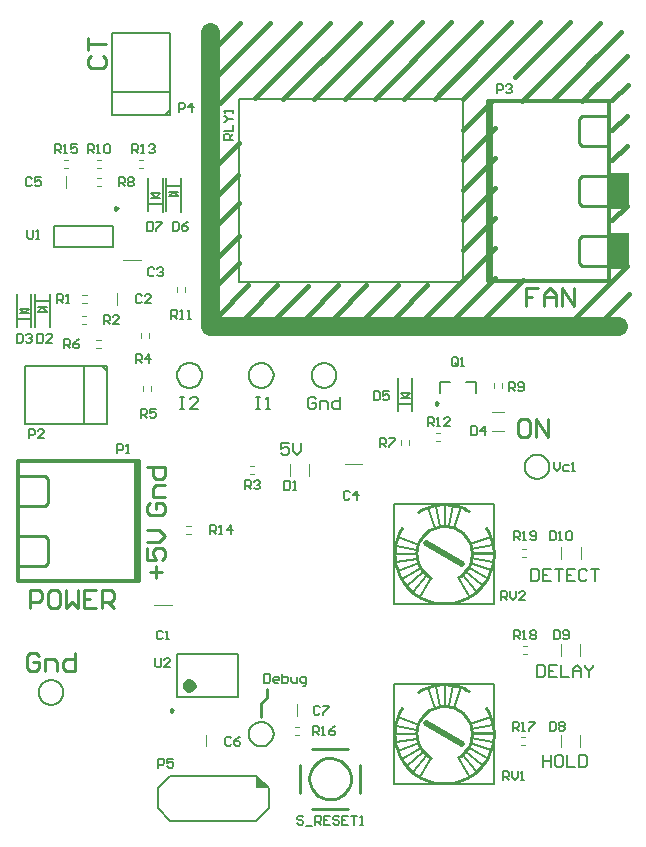
<source format=gto>
G04*
G04 #@! TF.GenerationSoftware,Altium Limited,Altium Designer,21.6.1 (37)*
G04*
G04 Layer_Color=65535*
%FSLAX25Y25*%
%MOIN*%
G70*
G04*
G04 #@! TF.SameCoordinates,DB9D7466-3DC1-4D53-AB26-96178D206437*
G04*
G04*
G04 #@! TF.FilePolarity,Positive*
G04*
G01*
G75*
%ADD10C,0.02362*%
%ADD11C,0.00984*%
%ADD12C,0.00800*%
%ADD13C,0.01000*%
%ADD14C,0.00500*%
%ADD15C,0.00787*%
%ADD16C,0.00394*%
%ADD17C,0.02000*%
%ADD18C,0.01200*%
%ADD19C,0.01500*%
%ADD20C,0.06299*%
%ADD21C,0.00600*%
%ADD22R,0.07102X0.12000*%
G36*
X209504Y137780D02*
X205303D01*
Y141980D01*
X209504Y137780D01*
D02*
G37*
D10*
X184244Y172106D02*
X183799Y173030D01*
X182800Y173258D01*
X181999Y172619D01*
Y171594D01*
X182800Y170955D01*
X183799Y171183D01*
X184244Y172106D01*
D11*
X177650Y163839D02*
X176911Y164265D01*
Y163412D01*
X177650Y163839D01*
X159208Y331161D02*
X158470Y331588D01*
Y330735D01*
X159208Y331161D01*
X266105Y266114D02*
X265367Y266540D01*
Y265688D01*
X266105Y266114D01*
D12*
X187280Y275500D02*
X187160Y276489D01*
X186806Y277421D01*
X186240Y278241D01*
X185494Y278902D01*
X184612Y279365D01*
X183644Y279604D01*
X182648D01*
X181680Y279365D01*
X180798Y278902D01*
X180052Y278241D01*
X179485Y277421D01*
X179132Y276489D01*
X179012Y275500D01*
X179132Y274511D01*
X179485Y273579D01*
X180052Y272759D01*
X180798Y272098D01*
X181680Y271635D01*
X182648Y271396D01*
X183644D01*
X184612Y271635D01*
X185494Y272098D01*
X186240Y272759D01*
X186806Y273579D01*
X187160Y274511D01*
X187280Y275500D01*
X303134Y245000D02*
X303014Y245989D01*
X302660Y246921D01*
X302094Y247741D01*
X301348Y248402D01*
X300466Y248865D01*
X299498Y249104D01*
X298502D01*
X297534Y248865D01*
X296652Y248402D01*
X295906Y247741D01*
X295340Y246921D01*
X294986Y245989D01*
X294866Y245000D01*
X294986Y244011D01*
X295340Y243079D01*
X295906Y242259D01*
X296652Y241598D01*
X297534Y241135D01*
X298502Y240896D01*
X299498D01*
X300466Y241135D01*
X301348Y241598D01*
X302094Y242259D01*
X302660Y243079D01*
X303014Y244011D01*
X303134Y245000D01*
X211146Y155880D02*
X211026Y156869D01*
X210672Y157801D01*
X210106Y158621D01*
X209360Y159282D01*
X208478Y159745D01*
X207510Y159984D01*
X206514D01*
X205546Y159745D01*
X204663Y159282D01*
X203918Y158621D01*
X203351Y157801D01*
X202998Y156869D01*
X202878Y155880D01*
X202998Y154891D01*
X203351Y153959D01*
X203918Y153139D01*
X204663Y152478D01*
X205546Y152015D01*
X206514Y151776D01*
X207510D01*
X208478Y152015D01*
X209360Y152478D01*
X210106Y153139D01*
X210672Y153959D01*
X211026Y154891D01*
X211146Y155880D01*
X141134Y169832D02*
X141014Y170821D01*
X140660Y171753D01*
X140094Y172573D01*
X139348Y173234D01*
X138466Y173697D01*
X137498Y173935D01*
X136502D01*
X135534Y173697D01*
X134652Y173234D01*
X133906Y172573D01*
X133340Y171753D01*
X132986Y170821D01*
X132866Y169832D01*
X132986Y168842D01*
X133340Y167910D01*
X133906Y167090D01*
X134652Y166429D01*
X135534Y165966D01*
X136502Y165728D01*
X137498D01*
X138466Y165966D01*
X139348Y166429D01*
X140094Y167090D01*
X140660Y167910D01*
X141014Y168842D01*
X141134Y169832D01*
X232134Y275500D02*
X232014Y276489D01*
X231660Y277421D01*
X231094Y278241D01*
X230348Y278902D01*
X229466Y279365D01*
X228498Y279604D01*
X227502D01*
X226534Y279365D01*
X225652Y278902D01*
X224906Y278241D01*
X224340Y277421D01*
X223986Y276489D01*
X223866Y275500D01*
X223986Y274511D01*
X224340Y273579D01*
X224906Y272759D01*
X225652Y272098D01*
X226534Y271635D01*
X227502Y271396D01*
X228498D01*
X229466Y271635D01*
X230348Y272098D01*
X231094Y272759D01*
X231660Y273579D01*
X232014Y274511D01*
X232134Y275500D01*
X211146D02*
X211026Y276489D01*
X210672Y277421D01*
X210106Y278241D01*
X209360Y278902D01*
X208478Y279365D01*
X207510Y279604D01*
X206514D01*
X205546Y279365D01*
X204663Y278902D01*
X203918Y278241D01*
X203351Y277421D01*
X202998Y276489D01*
X202878Y275500D01*
X202998Y274511D01*
X203351Y273579D01*
X203918Y272759D01*
X204663Y272098D01*
X205546Y271635D01*
X206514Y271396D01*
X207510D01*
X208478Y271635D01*
X209360Y272098D01*
X210106Y272759D01*
X210672Y273579D01*
X211026Y274511D01*
X211146Y275500D01*
X216466Y252799D02*
X213800D01*
Y250799D01*
X215133Y251466D01*
X215799D01*
X216466Y250799D01*
Y249466D01*
X215799Y248800D01*
X214466D01*
X213800Y249466D01*
X217799Y252799D02*
Y250133D01*
X219132Y248800D01*
X220464Y250133D01*
Y252799D01*
X297000Y210999D02*
Y207000D01*
X298999D01*
X299666Y207666D01*
Y210332D01*
X298999Y210999D01*
X297000D01*
X303664D02*
X300999D01*
Y207000D01*
X303664D01*
X300999Y208999D02*
X302332D01*
X304997Y210999D02*
X307663D01*
X306330D01*
Y207000D01*
X311662Y210999D02*
X308996D01*
Y207000D01*
X311662D01*
X308996Y208999D02*
X310329D01*
X315661Y210332D02*
X314994Y210999D01*
X313661D01*
X312995Y210332D01*
Y207666D01*
X313661Y207000D01*
X314994D01*
X315661Y207666D01*
X316994Y210999D02*
X319659D01*
X318326D01*
Y207000D01*
X301000Y149105D02*
Y145106D01*
Y147105D01*
X303666D01*
Y149105D01*
Y145106D01*
X306998Y149105D02*
X305665D01*
X304999Y148438D01*
Y145772D01*
X305665Y145106D01*
X306998D01*
X307664Y145772D01*
Y148438D01*
X306998Y149105D01*
X308997D02*
Y145106D01*
X311663D01*
X312996Y149105D02*
Y145106D01*
X314996D01*
X315662Y145772D01*
Y148438D01*
X314996Y149105D01*
X312996D01*
X299000Y178999D02*
Y175000D01*
X300999D01*
X301666Y175666D01*
Y178332D01*
X300999Y178999D01*
X299000D01*
X305664D02*
X302999D01*
Y175000D01*
X305664D01*
X302999Y176999D02*
X304332D01*
X306997Y178999D02*
Y175000D01*
X309663D01*
X310996D02*
Y177666D01*
X312329Y178999D01*
X313662Y177666D01*
Y175000D01*
Y176999D01*
X310996D01*
X314995Y178999D02*
Y178332D01*
X316328Y176999D01*
X317661Y178332D01*
Y178999D01*
X316328Y176999D02*
Y175000D01*
X180064Y268113D02*
X181397D01*
X180730D01*
Y264115D01*
X180064D01*
X181397D01*
X186062D02*
X183396D01*
X186062Y266781D01*
Y267447D01*
X185396Y268113D01*
X184063D01*
X183396Y267447D01*
X225334D02*
X224668Y268113D01*
X223335D01*
X222668Y267447D01*
Y264781D01*
X223335Y264115D01*
X224668D01*
X225334Y264781D01*
Y266114D01*
X224001D01*
X226667Y264115D02*
Y266781D01*
X228666D01*
X229333Y266114D01*
Y264115D01*
X233332Y268113D02*
Y264115D01*
X231332D01*
X230666Y264781D01*
Y266114D01*
X231332Y266781D01*
X233332D01*
X205347Y268113D02*
X206680D01*
X206013D01*
Y264115D01*
X205347D01*
X206680D01*
X208679D02*
X210012D01*
X209346D01*
Y268113D01*
X208679Y267447D01*
D13*
X253881Y224607D02*
X253387Y223737D01*
X252945Y222840D01*
X252559Y221917D01*
X252230Y220973D01*
X251958Y220010D01*
X251745Y219033D01*
X251591Y218045D01*
X251498Y217049D01*
X251465Y216049D01*
X251492Y215050D01*
X251580Y214053D01*
X251727Y213064D01*
X251935Y212086D01*
X252201Y211121D01*
X252524Y210175D01*
X252905Y209250D01*
X253341Y208350D01*
X253830Y207478D01*
X254371Y206637D01*
X254962Y205830D01*
X255601Y205060D01*
X256285Y204330D01*
X257012Y203643D01*
X257779Y203002D01*
X258584Y202408D01*
X259423Y201863D01*
X260293Y201370D01*
X261192Y200931D01*
X262115Y200547D01*
X263060Y200220D01*
X264023Y199950D01*
X265001Y199739D01*
X265990Y199587D01*
X266986Y199496D01*
X267985Y199465D01*
X268985Y199494D01*
X269981Y199584D01*
X270970Y199733D01*
X271948Y199943D01*
X272912Y200211D01*
X273857Y200537D01*
X274781Y200919D01*
X275681Y201357D01*
X276552Y201848D01*
X277392Y202391D01*
X278198Y202983D01*
X278966Y203624D01*
X279694Y204309D01*
X280379Y205038D01*
X281019Y205806D01*
X281612Y206612D01*
X282155Y207452D01*
X282646Y208324D01*
X283083Y209223D01*
X283465Y210147D01*
X283791Y211093D01*
X284058Y212057D01*
X284267Y213035D01*
X284417Y214024D01*
X284506Y215020D01*
X284535Y216020D01*
X284504Y217019D01*
X284412Y218015D01*
X284260Y219004D01*
X284049Y219981D01*
X283779Y220944D01*
X283451Y221889D01*
X283067Y222813D01*
X282627Y223711D01*
X282134Y224581D01*
X272742Y208168D02*
X273573Y208731D01*
X274337Y209382D01*
X275026Y210112D01*
X275631Y210912D01*
X276145Y211774D01*
X276563Y212687D01*
X276878Y213640D01*
X277088Y214621D01*
X277190Y215620D01*
X277182Y216624D01*
X277065Y217620D01*
X276840Y218599D01*
X276510Y219547D01*
X276079Y220453D01*
X275551Y221307D01*
X274934Y222098D01*
X274234Y222817D01*
X273460Y223456D01*
X272620Y224007D01*
X271726Y224463D01*
X270788Y224819D01*
X269816Y225070D01*
X268823Y225214D01*
X267819Y225249D01*
X266819Y225175D01*
X265832Y224992D01*
X264871Y224703D01*
X263947Y224310D01*
X263071Y223819D01*
X262254Y223236D01*
X261506Y222568D01*
X260835Y221821D01*
X260248Y221006D01*
X259755Y220133D01*
X259359Y219210D01*
X259067Y218250D01*
X258880Y217264D01*
X258802Y216263D01*
X258834Y215260D01*
X258975Y214266D01*
X259223Y213294D01*
X259576Y212354D01*
X260029Y211458D01*
X260576Y210617D01*
X261213Y209841D01*
X261929Y209138D01*
X262719Y208518D01*
X263571Y207988D01*
X276276Y230259D02*
X275411Y230728D01*
X274519Y231144D01*
X273604Y231507D01*
X272669Y231815D01*
X271717Y232066D01*
X270752Y232260D01*
X269777Y232396D01*
X268796Y232474D01*
X267811Y232494D01*
X266828Y232455D01*
X265848Y232358D01*
X264877Y232202D01*
X263915Y231989D01*
X262969Y231719D01*
X262040Y231394D01*
X261132Y231013D01*
X260248Y230579D01*
X259392Y230094D01*
X253881Y164607D02*
X253387Y163737D01*
X252945Y162840D01*
X252559Y161917D01*
X252230Y160973D01*
X251958Y160010D01*
X251745Y159033D01*
X251591Y158045D01*
X251498Y157049D01*
X251465Y156049D01*
X251492Y155050D01*
X251580Y154053D01*
X251727Y153064D01*
X251935Y152085D01*
X252201Y151121D01*
X252524Y150175D01*
X252905Y149250D01*
X253341Y148350D01*
X253830Y147478D01*
X254371Y146636D01*
X254962Y145830D01*
X255601Y145060D01*
X256285Y144330D01*
X257012Y143643D01*
X257779Y143002D01*
X258584Y142408D01*
X259423Y141863D01*
X260293Y141370D01*
X261192Y140931D01*
X262115Y140547D01*
X263060Y140220D01*
X264023Y139950D01*
X265001Y139739D01*
X265990Y139587D01*
X266986Y139496D01*
X267985Y139465D01*
X268985Y139494D01*
X269981Y139584D01*
X270970Y139734D01*
X271948Y139943D01*
X272912Y140211D01*
X273857Y140537D01*
X274781Y140919D01*
X275681Y141357D01*
X276552Y141848D01*
X277392Y142391D01*
X278198Y142983D01*
X278966Y143624D01*
X279694Y144309D01*
X280379Y145038D01*
X281019Y145806D01*
X281612Y146612D01*
X282155Y147452D01*
X282646Y148324D01*
X283083Y149223D01*
X283465Y150147D01*
X283791Y151093D01*
X284058Y152057D01*
X284267Y153035D01*
X284417Y154024D01*
X284506Y155020D01*
X284535Y156020D01*
X284504Y157019D01*
X284412Y158015D01*
X284260Y159004D01*
X284049Y159981D01*
X283779Y160944D01*
X283451Y161889D01*
X283067Y162813D01*
X282627Y163711D01*
X282134Y164581D01*
X272742Y148168D02*
X273573Y148731D01*
X274337Y149382D01*
X275026Y150112D01*
X275631Y150912D01*
X276145Y151774D01*
X276563Y152687D01*
X276878Y153640D01*
X277088Y154621D01*
X277190Y155620D01*
X277182Y156624D01*
X277065Y157621D01*
X276840Y158599D01*
X276510Y159547D01*
X276079Y160453D01*
X275551Y161307D01*
X274934Y162098D01*
X274234Y162817D01*
X273460Y163456D01*
X272620Y164007D01*
X271726Y164463D01*
X270788Y164819D01*
X269816Y165070D01*
X268823Y165214D01*
X267819Y165249D01*
X266819Y165175D01*
X265832Y164992D01*
X264871Y164703D01*
X263947Y164310D01*
X263071Y163820D01*
X262254Y163236D01*
X261506Y162568D01*
X260835Y161821D01*
X260248Y161006D01*
X259755Y160133D01*
X259359Y159210D01*
X259067Y158250D01*
X258880Y157264D01*
X258802Y156263D01*
X258834Y155260D01*
X258975Y154266D01*
X259223Y153294D01*
X259576Y152354D01*
X260029Y151458D01*
X260576Y150617D01*
X261213Y149841D01*
X261929Y149138D01*
X262719Y148518D01*
X263571Y147988D01*
X276276Y170259D02*
X275411Y170728D01*
X274519Y171144D01*
X273604Y171507D01*
X272669Y171815D01*
X271717Y172066D01*
X270752Y172260D01*
X269777Y172396D01*
X268796Y172475D01*
X267811Y172494D01*
X266828Y172455D01*
X265848Y172358D01*
X264877Y172202D01*
X263915Y171989D01*
X262969Y171719D01*
X262040Y171394D01*
X261132Y171013D01*
X260248Y170579D01*
X259392Y170094D01*
X236890Y141000D02*
X236816Y142003D01*
X236598Y142985D01*
X236238Y143924D01*
X235746Y144802D01*
X235131Y145598D01*
X234407Y146296D01*
X233589Y146881D01*
X232695Y147341D01*
X231743Y147666D01*
X230753Y147848D01*
X229748Y147885D01*
X228749Y147775D01*
X227775Y147521D01*
X226850Y147127D01*
X225991Y146603D01*
X225218Y145960D01*
X224547Y145211D01*
X223992Y144372D01*
X223565Y143461D01*
X223275Y142498D01*
X223129Y141503D01*
Y140497D01*
X223275Y139502D01*
X223565Y138539D01*
X223992Y137628D01*
X224547Y136789D01*
X225218Y136040D01*
X225991Y135397D01*
X226850Y134873D01*
X227775Y134479D01*
X228749Y134225D01*
X229748Y134115D01*
X230754Y134152D01*
X231743Y134334D01*
X232695Y134659D01*
X233589Y135119D01*
X234407Y135704D01*
X235131Y136402D01*
X235746Y137198D01*
X236238Y138076D01*
X236598Y139015D01*
X236816Y139997D01*
X236890Y141000D01*
X209130Y168125D02*
Y171000D01*
X207000Y161703D02*
Y165996D01*
X209130Y168125D01*
X314000Y362000D02*
X322898D01*
X313000Y361000D02*
X314000Y362000D01*
X313000Y353000D02*
Y361000D01*
Y353000D02*
X314000Y352000D01*
X323000D01*
X314000Y342000D02*
X322898D01*
X313000Y341000D02*
X314000Y342000D01*
X313000Y333000D02*
Y341000D01*
Y333000D02*
X314000Y332000D01*
X323000D01*
X314000Y312000D02*
X323000D01*
X313000Y313000D02*
X314000Y312000D01*
X313000Y313000D02*
Y321000D01*
X314000Y322000D01*
X322898D01*
X126055Y232000D02*
X134953D01*
X135953Y233000D01*
Y241000D01*
X134953Y242000D02*
X135953Y241000D01*
X125953Y242000D02*
X134953D01*
X125953Y222000D02*
X134953D01*
X135953Y221000D01*
Y213000D02*
Y221000D01*
X134953Y212000D02*
X135953Y213000D01*
X126055Y212000D02*
X134953D01*
X224095Y151039D02*
X235906D01*
X219961Y136276D02*
Y145724D01*
X240039Y136276D02*
Y145724D01*
X224095Y130961D02*
X235906D01*
X295612Y260998D02*
X293612D01*
X292613Y259998D01*
Y256000D01*
X293612Y255000D01*
X295612D01*
X296611Y256000D01*
Y259998D01*
X295612Y260998D01*
X298611Y255000D02*
Y260998D01*
X302609Y255000D01*
Y260998D01*
X172001Y208000D02*
Y211999D01*
X170002Y209999D02*
X174000D01*
X169002Y217997D02*
Y213998D01*
X172001D01*
X171001Y215997D01*
Y216997D01*
X172001Y217997D01*
X174000D01*
X175000Y216997D01*
Y214998D01*
X174000Y213998D01*
X169002Y219996D02*
X173001D01*
X175000Y221995D01*
X173001Y223995D01*
X169002D01*
X170002Y232999D02*
X169002Y231999D01*
Y230000D01*
X170002Y229000D01*
X174000D01*
X175000Y230000D01*
Y231999D01*
X174000Y232999D01*
X172001D01*
Y230999D01*
X175000Y234998D02*
X171001D01*
Y237997D01*
X172001Y238997D01*
X175000D01*
X169002Y244995D02*
X175000D01*
Y241996D01*
X174000Y240996D01*
X172001D01*
X171001Y241996D01*
Y244995D01*
X299386Y304498D02*
X295387D01*
Y301499D01*
X297387D01*
X295387D01*
Y298500D01*
X301385D02*
Y302499D01*
X303385Y304498D01*
X305384Y302499D01*
Y298500D01*
Y301499D01*
X301385D01*
X307383Y298500D02*
Y304498D01*
X311382Y298500D01*
Y304498D01*
X130000Y198000D02*
Y203998D01*
X132999D01*
X133999Y202998D01*
Y200999D01*
X132999Y199999D01*
X130000D01*
X138997Y203998D02*
X136998D01*
X135998Y202998D01*
Y199000D01*
X136998Y198000D01*
X138997D01*
X139997Y199000D01*
Y202998D01*
X138997Y203998D01*
X141996D02*
Y198000D01*
X143995Y199999D01*
X145995Y198000D01*
Y203998D01*
X151993D02*
X147994D01*
Y198000D01*
X151993D01*
X147994Y200999D02*
X149994D01*
X153992Y198000D02*
Y203998D01*
X156991D01*
X157991Y202998D01*
Y200999D01*
X156991Y199999D01*
X153992D01*
X155992D02*
X157991Y198000D01*
X150371Y381999D02*
X149372Y380999D01*
Y379000D01*
X150371Y378000D01*
X154370D01*
X155370Y379000D01*
Y380999D01*
X154370Y381999D01*
X149372Y383998D02*
Y387997D01*
Y385997D01*
X155370D01*
X133001Y181831D02*
X132002Y182831D01*
X130002D01*
X129003Y181831D01*
Y177832D01*
X130002Y176832D01*
X132002D01*
X133001Y177832D01*
Y179832D01*
X131002D01*
X135001Y176832D02*
Y180831D01*
X138000D01*
X138999Y179832D01*
Y176832D01*
X144997Y182831D02*
Y176832D01*
X141998D01*
X140999Y177832D01*
Y179832D01*
X141998Y180831D01*
X144997D01*
D14*
X253500Y268000D02*
X256500D01*
X253500Y269500D02*
X255000Y268000D01*
X256500Y269500D01*
X253500D02*
X256500D01*
X132500Y298228D02*
X135500D01*
X134000D02*
X135500Y296728D01*
X132500D02*
X134000Y298228D01*
X132500Y296728D02*
X135500D01*
X126500Y296228D02*
X129500D01*
X126500Y297728D02*
X128000Y296228D01*
X129500Y297728D01*
X126500D02*
X129500D01*
X128300Y259400D02*
Y278600D01*
Y259400D02*
X151000D01*
X128300Y278600D02*
X151000D01*
X154133D02*
X155800Y276933D01*
X148100Y259400D02*
Y278600D01*
X148600Y259400D02*
X155800D01*
X148600Y278600D02*
X155800D01*
Y259400D02*
Y278600D01*
X176311Y336622D02*
X179311D01*
X177811D02*
X179311Y335122D01*
X176311D02*
X177811Y336622D01*
X176311Y335122D02*
X179311D01*
X170310Y334622D02*
X173310D01*
X170310Y336122D02*
X171810Y334622D01*
X173310Y336122D01*
X170310D02*
X173310D01*
X284732Y199268D02*
Y232732D01*
X251268Y199268D02*
X284732D01*
X251268D02*
Y232732D01*
X284732D01*
X277449Y216000D02*
X284732D01*
Y216197D01*
X277111Y217607D02*
X284284Y218871D01*
X276694Y219164D02*
X283538Y221655D01*
X271164Y224694D02*
X273656Y231538D01*
X269607Y225111D02*
X270871Y232284D01*
X268197Y225252D02*
Y232535D01*
X265325Y232087D02*
X266590Y224915D01*
X262541Y231341D02*
X265033Y224497D01*
X252659Y221459D02*
X259503Y218968D01*
X251913Y218674D02*
X259085Y217410D01*
X251661Y215803D02*
X258945Y215803D01*
X251913Y213129D02*
X259085Y214393D01*
X252659Y210345D02*
X259503Y212836D01*
X253877Y207732D02*
X260184Y211374D01*
X255530Y205371D02*
X261109Y210053D01*
X257568Y203333D02*
X262250Y208913D01*
X259929Y201680D02*
X263571Y207987D01*
X272626Y208184D02*
X276268Y201877D01*
X273947Y209109D02*
X278629Y203530D01*
X275087Y210250D02*
X280667Y205568D01*
X276012Y211571D02*
X282320Y207929D01*
X276694Y213033D02*
X283538Y210541D01*
X277111Y214590D02*
X284284Y213326D01*
X277252Y216197D02*
X284535Y216197D01*
X284732Y139268D02*
Y172732D01*
X251268Y139268D02*
X284732D01*
X251268D02*
Y172732D01*
X284732D01*
X277449Y156000D02*
X284732D01*
Y156197D01*
X277111Y157607D02*
X284284Y158871D01*
X276694Y159164D02*
X283538Y161655D01*
X271164Y164694D02*
X273656Y171538D01*
X269607Y165111D02*
X270871Y172284D01*
X268197Y165252D02*
Y172535D01*
X265325Y172087D02*
X266590Y164915D01*
X262541Y171341D02*
X265033Y164497D01*
X252659Y161459D02*
X259503Y158967D01*
X251913Y158675D02*
X259085Y157410D01*
X251661Y155803D02*
X258945Y155803D01*
X251913Y153129D02*
X259085Y154393D01*
X252659Y150345D02*
X259503Y152836D01*
X253877Y147732D02*
X260184Y151374D01*
X255530Y145371D02*
X261109Y150053D01*
X257568Y143333D02*
X262250Y148913D01*
X259929Y141680D02*
X263571Y147987D01*
X272626Y148184D02*
X276268Y141877D01*
X273947Y149109D02*
X278629Y143530D01*
X275087Y150250D02*
X280667Y145568D01*
X276012Y151571D02*
X282320Y147929D01*
X276694Y153033D02*
X283538Y150541D01*
X277111Y154590D02*
X284284Y153325D01*
X277252Y156197D02*
X284535Y156197D01*
X176696Y141980D02*
X205303D01*
X172496Y131220D02*
Y137780D01*
X176696Y141980D01*
X172496Y131220D02*
X176696Y127020D01*
X205304D02*
X209504Y131220D01*
Y137780D01*
X176697Y127020D02*
X205304D01*
Y141980D02*
X209504Y137780D01*
X157400Y389700D02*
X176600D01*
X157400Y367000D02*
Y389700D01*
X176600Y367000D02*
Y389700D01*
X174933Y362200D02*
X176600Y363867D01*
X157400Y369900D02*
X176600D01*
X157400Y362200D02*
Y369400D01*
X176600Y362200D02*
Y369400D01*
X157400Y362200D02*
X176600D01*
X166812Y261436D02*
Y264435D01*
X168312D01*
X168812Y263935D01*
Y262936D01*
X168312Y262436D01*
X166812D01*
X167812D02*
X168812Y261436D01*
X171810Y264435D02*
X169811D01*
Y262936D01*
X170811Y263436D01*
X171311D01*
X171810Y262936D01*
Y261936D01*
X171311Y261436D01*
X170311D01*
X169811Y261936D01*
X163979Y349500D02*
Y352500D01*
X165479D01*
X165979Y352000D01*
Y351000D01*
X165479Y350500D01*
X163979D01*
X164979D02*
X165979Y349500D01*
X166979D02*
X167978D01*
X167478D01*
Y352500D01*
X166979Y352000D01*
X169478D02*
X169978Y352500D01*
X170977D01*
X171477Y352000D01*
Y351500D01*
X170977Y351000D01*
X170477D01*
X170977D01*
X171477Y350500D01*
Y350000D01*
X170977Y349500D01*
X169978D01*
X169478Y350000D01*
X132359Y289305D02*
Y286306D01*
X133859D01*
X134358Y286806D01*
Y288805D01*
X133859Y289305D01*
X132359D01*
X137357Y286306D02*
X135358D01*
X137357Y288306D01*
Y288805D01*
X136858Y289305D01*
X135858D01*
X135358Y288805D01*
X125485Y289305D02*
Y286306D01*
X126985D01*
X127485Y286806D01*
Y288805D01*
X126985Y289305D01*
X125485D01*
X128484Y288805D02*
X128984Y289305D01*
X129984D01*
X130484Y288805D01*
Y288306D01*
X129984Y287806D01*
X129484D01*
X129984D01*
X130484Y287306D01*
Y286806D01*
X129984Y286306D01*
X128984D01*
X128484Y286806D01*
X129501Y254516D02*
Y257515D01*
X131000D01*
X131500Y257015D01*
Y256016D01*
X131000Y255516D01*
X129501D01*
X134499Y254516D02*
X132500D01*
X134499Y256516D01*
Y257015D01*
X133999Y257515D01*
X133000D01*
X132500Y257015D01*
X177501Y326621D02*
Y323622D01*
X179000D01*
X179500Y324122D01*
Y326121D01*
X179000Y326621D01*
X177501D01*
X182499D02*
X181500Y326121D01*
X180500Y325121D01*
Y324122D01*
X181000Y323622D01*
X181999D01*
X182499Y324122D01*
Y324622D01*
X181999Y325121D01*
X180500D01*
X154501Y292500D02*
Y295499D01*
X156000D01*
X156500Y295000D01*
Y294000D01*
X156000Y293500D01*
X154501D01*
X155500D02*
X156500Y292500D01*
X159499D02*
X157500D01*
X159499Y294500D01*
Y295000D01*
X158999Y295499D01*
X158000D01*
X157500Y295000D01*
X149251Y349500D02*
Y352500D01*
X150751D01*
X151251Y352000D01*
Y351000D01*
X150751Y350500D01*
X149251D01*
X150251D02*
X151251Y349500D01*
X152250D02*
X153250D01*
X152750D01*
Y352500D01*
X152250Y352000D01*
X154749D02*
X155249Y352500D01*
X156249D01*
X156749Y352000D01*
Y350000D01*
X156249Y349500D01*
X155249D01*
X154749Y350000D01*
Y352000D01*
X165288Y279501D02*
Y282500D01*
X166788D01*
X167288Y282000D01*
Y281000D01*
X166788Y280500D01*
X165288D01*
X166288D02*
X167288Y279501D01*
X169787D02*
Y282500D01*
X168287Y281000D01*
X170287D01*
X171773Y181161D02*
Y178662D01*
X172272Y178162D01*
X173272D01*
X173772Y178662D01*
Y181161D01*
X176771Y178162D02*
X174771D01*
X176771Y180161D01*
Y180661D01*
X176271Y181161D01*
X175271D01*
X174771Y180661D01*
X139001Y299500D02*
Y302500D01*
X140500D01*
X141000Y302000D01*
Y301000D01*
X140500Y300500D01*
X139001D01*
X140000D02*
X141000Y299500D01*
X142000D02*
X142999D01*
X142499D01*
Y302500D01*
X142000Y302000D01*
X130500Y341000D02*
X130000Y341499D01*
X129001D01*
X128501Y341000D01*
Y339000D01*
X129001Y338500D01*
X130000D01*
X130500Y339000D01*
X133499Y341499D02*
X131500D01*
Y340000D01*
X132500Y340500D01*
X132999D01*
X133499Y340000D01*
Y339000D01*
X132999Y338500D01*
X132000D01*
X131500Y339000D01*
X129001Y324047D02*
Y321548D01*
X129500Y321048D01*
X130500D01*
X131000Y321548D01*
Y324047D01*
X132000Y321048D02*
X132999D01*
X132500D01*
Y324047D01*
X132000Y323547D01*
X177063Y294343D02*
Y297342D01*
X178562D01*
X179062Y296842D01*
Y295842D01*
X178562Y295342D01*
X177063D01*
X178063D02*
X179062Y294343D01*
X180062D02*
X181062D01*
X180562D01*
Y297342D01*
X180062Y296842D01*
X182561Y294343D02*
X183561D01*
X183061D01*
Y297342D01*
X182561Y296842D01*
X138251Y349500D02*
Y352500D01*
X139751D01*
X140251Y352000D01*
Y351000D01*
X139751Y350500D01*
X138251D01*
X139251D02*
X140251Y349500D01*
X141250D02*
X142250D01*
X141750D01*
Y352500D01*
X141250Y352000D01*
X145749Y352500D02*
X143749D01*
Y351000D01*
X144749Y351500D01*
X145249D01*
X145749Y351000D01*
Y350000D01*
X145249Y349500D01*
X144249D01*
X143749Y350000D01*
X190088Y222500D02*
Y225500D01*
X191587D01*
X192087Y225000D01*
Y224000D01*
X191587Y223500D01*
X190088D01*
X191087D02*
X192087Y222500D01*
X193087D02*
X194086D01*
X193587D01*
Y225500D01*
X193087Y225000D01*
X197085Y222500D02*
Y225500D01*
X195586Y224000D01*
X197585D01*
X159501Y338500D02*
Y341499D01*
X161000D01*
X161500Y341000D01*
Y340000D01*
X161000Y339500D01*
X159501D01*
X160501D02*
X161500Y338500D01*
X162500Y341000D02*
X163000Y341499D01*
X163999D01*
X164499Y341000D01*
Y340500D01*
X163999Y340000D01*
X164499Y339500D01*
Y339000D01*
X163999Y338500D01*
X163000D01*
X162500Y339000D01*
Y339500D01*
X163000Y340000D01*
X162500Y340500D01*
Y341000D01*
X163000Y340000D02*
X163999D01*
X171311Y311000D02*
X170811Y311500D01*
X169811D01*
X169311Y311000D01*
Y309000D01*
X169811Y308501D01*
X170811D01*
X171311Y309000D01*
X172310Y311000D02*
X172810Y311500D01*
X173810D01*
X174310Y311000D01*
Y310500D01*
X173810Y310000D01*
X173310D01*
X173810D01*
X174310Y309500D01*
Y309000D01*
X173810Y308501D01*
X172810D01*
X172310Y309000D01*
X167210Y302000D02*
X166710Y302500D01*
X165711D01*
X165211Y302000D01*
Y300000D01*
X165711Y299500D01*
X166710D01*
X167210Y300000D01*
X170209Y299500D02*
X168210D01*
X170209Y301500D01*
Y302000D01*
X169709Y302500D01*
X168710D01*
X168210Y302000D01*
X304548Y246499D02*
Y244500D01*
X305548Y243500D01*
X306548Y244500D01*
Y246499D01*
X309547Y245500D02*
X308047D01*
X307547Y245000D01*
Y244000D01*
X308047Y243500D01*
X309547D01*
X310546D02*
X311546D01*
X311046D01*
Y246499D01*
X310546Y246000D01*
X208002Y175999D02*
Y173000D01*
X209502D01*
X210002Y173500D01*
Y175499D01*
X209502Y175999D01*
X208002D01*
X212501Y173000D02*
X211501D01*
X211001Y173500D01*
Y174500D01*
X211501Y175000D01*
X212501D01*
X213001Y174500D01*
Y174000D01*
X211001D01*
X214000Y175999D02*
Y173000D01*
X215500D01*
X216000Y173500D01*
Y174000D01*
Y174500D01*
X215500Y175000D01*
X214000D01*
X216999D02*
Y173500D01*
X217499Y173000D01*
X218999D01*
Y175000D01*
X220998Y172001D02*
X221498D01*
X221998Y172501D01*
Y175000D01*
X220498D01*
X219998Y174500D01*
Y173500D01*
X220498Y173000D01*
X221998D01*
X262570Y258501D02*
Y261500D01*
X264070D01*
X264569Y261000D01*
Y260000D01*
X264070Y259500D01*
X262570D01*
X263570D02*
X264569Y258501D01*
X265569D02*
X266569D01*
X266069D01*
Y261500D01*
X265569Y261000D01*
X270068Y258501D02*
X268068D01*
X270068Y260500D01*
Y261000D01*
X269568Y261500D01*
X268568D01*
X268068Y261000D01*
X246501Y251501D02*
Y254500D01*
X248000D01*
X248500Y254000D01*
Y253000D01*
X248000Y252500D01*
X246501D01*
X247500D02*
X248500Y251501D01*
X249500Y254500D02*
X251499D01*
Y254000D01*
X249500Y252000D01*
Y251501D01*
X172700Y144700D02*
Y147699D01*
X174199D01*
X174699Y147199D01*
Y146200D01*
X174199Y145700D01*
X172700D01*
X177698Y147699D02*
X175699D01*
Y146200D01*
X176699Y146699D01*
X177199D01*
X177698Y146200D01*
Y145200D01*
X177199Y144700D01*
X176199D01*
X175699Y145200D01*
X174272Y189941D02*
X173772Y190441D01*
X172772D01*
X172272Y189941D01*
Y187942D01*
X172772Y187442D01*
X173772D01*
X174272Y187942D01*
X175271Y187442D02*
X176271D01*
X175771D01*
Y190441D01*
X175271Y189941D01*
X197001Y154543D02*
X196501Y155043D01*
X195501D01*
X195002Y154543D01*
Y152544D01*
X195501Y152044D01*
X196501D01*
X197001Y152544D01*
X200000Y155043D02*
X199000Y154543D01*
X198001Y153543D01*
Y152544D01*
X198501Y152044D01*
X199500D01*
X200000Y152544D01*
Y153044D01*
X199500Y153543D01*
X198001D01*
X236500Y236510D02*
X236000Y237010D01*
X235001D01*
X234501Y236510D01*
Y234511D01*
X235001Y234011D01*
X236000D01*
X236500Y234511D01*
X238999Y234011D02*
Y237010D01*
X237500Y235510D01*
X239499D01*
X226500Y164838D02*
X226000Y165338D01*
X225001D01*
X224501Y164838D01*
Y162839D01*
X225001Y162339D01*
X226000D01*
X226500Y162839D01*
X227500Y165338D02*
X229499D01*
Y164838D01*
X227500Y162839D01*
Y162339D01*
X197500Y354002D02*
X194501D01*
Y355501D01*
X195000Y356001D01*
X196000D01*
X196500Y355501D01*
Y354002D01*
Y355001D02*
X197500Y356001D01*
X194501Y357001D02*
X197500D01*
Y359000D01*
X194501Y360000D02*
X195000D01*
X196000Y360999D01*
X195000Y361999D01*
X194501D01*
X196000Y360999D02*
X197500D01*
Y362999D02*
Y363998D01*
Y363498D01*
X194501D01*
X195000Y362999D01*
X285501Y369500D02*
Y372499D01*
X287000D01*
X287500Y372000D01*
Y371000D01*
X287000Y370500D01*
X285501D01*
X288500Y372000D02*
X289000Y372499D01*
X289999D01*
X290499Y372000D01*
Y371500D01*
X289999Y371000D01*
X289499D01*
X289999D01*
X290499Y370500D01*
Y370000D01*
X289999Y369500D01*
X289000D01*
X288500Y370000D01*
X287501Y140500D02*
Y143500D01*
X289001D01*
X289500Y143000D01*
Y142000D01*
X289001Y141500D01*
X287501D01*
X288501D02*
X289500Y140500D01*
X290500Y143500D02*
Y141500D01*
X291500Y140500D01*
X292499Y141500D01*
Y143500D01*
X293499Y140500D02*
X294499D01*
X293999D01*
Y143500D01*
X293499Y143000D01*
X291251Y220500D02*
Y223499D01*
X292751D01*
X293251Y223000D01*
Y222000D01*
X292751Y221500D01*
X291251D01*
X292251D02*
X293251Y220500D01*
X294250D02*
X295250D01*
X294750D01*
Y223499D01*
X294250Y223000D01*
X296749Y221000D02*
X297249Y220500D01*
X298249D01*
X298749Y221000D01*
Y223000D01*
X298249Y223499D01*
X297249D01*
X296749Y223000D01*
Y222500D01*
X297249Y222000D01*
X298749D01*
X303251Y223499D02*
Y220500D01*
X304751D01*
X305251Y221000D01*
Y223000D01*
X304751Y223499D01*
X303251D01*
X306250Y220500D02*
X307250D01*
X306750D01*
Y223499D01*
X306250Y223000D01*
X308749D02*
X309249Y223499D01*
X310249D01*
X310749Y223000D01*
Y221000D01*
X310249Y220500D01*
X309249D01*
X308749Y221000D01*
Y223000D01*
X244501Y270114D02*
Y267115D01*
X246000D01*
X246500Y267615D01*
Y269614D01*
X246000Y270114D01*
X244501D01*
X249499D02*
X247500D01*
Y268614D01*
X248499Y269114D01*
X248999D01*
X249499Y268614D01*
Y267615D01*
X248999Y267115D01*
X248000D01*
X247500Y267615D01*
X290970Y157001D02*
Y160000D01*
X292470D01*
X292969Y159500D01*
Y158500D01*
X292470Y158000D01*
X290970D01*
X291970D02*
X292969Y157001D01*
X293969D02*
X294969D01*
X294469D01*
Y160000D01*
X293969Y159500D01*
X296468Y160000D02*
X298468D01*
Y159500D01*
X296468Y157500D01*
Y157001D01*
X291251Y187501D02*
Y190499D01*
X292751D01*
X293251Y190000D01*
Y189000D01*
X292751Y188500D01*
X291251D01*
X292251D02*
X293251Y187501D01*
X294250D02*
X295250D01*
X294750D01*
Y190499D01*
X294250Y190000D01*
X296749D02*
X297249Y190499D01*
X298249D01*
X298749Y190000D01*
Y189500D01*
X298249Y189000D01*
X298749Y188500D01*
Y188000D01*
X298249Y187501D01*
X297249D01*
X296749Y188000D01*
Y188500D01*
X297249Y189000D01*
X296749Y189500D01*
Y190000D01*
X297249Y189000D02*
X298249D01*
X303220Y160000D02*
Y157001D01*
X304719D01*
X305219Y157500D01*
Y159500D01*
X304719Y160000D01*
X303220D01*
X306219Y159500D02*
X306719Y160000D01*
X307718D01*
X308218Y159500D01*
Y159000D01*
X307718Y158500D01*
X308218Y158000D01*
Y157500D01*
X307718Y157001D01*
X306719D01*
X306219Y157500D01*
Y158000D01*
X306719Y158500D01*
X306219Y159000D01*
Y159500D01*
X306719Y158500D02*
X307718D01*
X304501Y190499D02*
Y187501D01*
X306000D01*
X306500Y188000D01*
Y190000D01*
X306000Y190499D01*
X304501D01*
X307500Y188000D02*
X308000Y187501D01*
X308999D01*
X309499Y188000D01*
Y190000D01*
X308999Y190499D01*
X308000D01*
X307500Y190000D01*
Y189500D01*
X308000Y189000D01*
X309499D01*
X287001Y200500D02*
Y203500D01*
X288501D01*
X289001Y203000D01*
Y202000D01*
X288501Y201500D01*
X287001D01*
X288001D02*
X289001Y200500D01*
X290000Y203500D02*
Y201500D01*
X291000Y200500D01*
X292000Y201500D01*
Y203500D01*
X294999Y200500D02*
X292999D01*
X294999Y202500D01*
Y203000D01*
X294499Y203500D01*
X293499D01*
X292999Y203000D01*
X141409Y284501D02*
Y287499D01*
X142909D01*
X143409Y287000D01*
Y286000D01*
X142909Y285500D01*
X141409D01*
X142409D02*
X143409Y284501D01*
X146408Y287499D02*
X145408Y287000D01*
X144408Y286000D01*
Y285000D01*
X144908Y284501D01*
X145908D01*
X146408Y285000D01*
Y285500D01*
X145908Y286000D01*
X144408D01*
X289501Y270201D02*
Y273200D01*
X291000D01*
X291500Y272701D01*
Y271701D01*
X291000Y271201D01*
X289501D01*
X290500D02*
X291500Y270201D01*
X292500Y270701D02*
X293000Y270201D01*
X293999D01*
X294499Y270701D01*
Y272701D01*
X293999Y273200D01*
X293000D01*
X292500Y272701D01*
Y272201D01*
X293000Y271701D01*
X294499D01*
X169044Y326621D02*
Y323622D01*
X170544D01*
X171044Y324122D01*
Y326121D01*
X170544Y326621D01*
X169044D01*
X172043D02*
X174042D01*
Y326121D01*
X172043Y324122D01*
Y323622D01*
X277113Y258500D02*
Y255501D01*
X278613D01*
X279113Y256000D01*
Y258000D01*
X278613Y258500D01*
X277113D01*
X281612Y255501D02*
Y258500D01*
X280112Y257000D01*
X282112D01*
X159001Y249500D02*
Y252500D01*
X160500D01*
X161000Y252000D01*
Y251000D01*
X160500Y250500D01*
X159001D01*
X162000Y249500D02*
X162999D01*
X162499D01*
Y252500D01*
X162000Y252000D01*
X179501Y363351D02*
Y366350D01*
X181001D01*
X181501Y365850D01*
Y364850D01*
X181001Y364350D01*
X179501D01*
X184000Y363351D02*
Y366350D01*
X182500Y364850D01*
X184500D01*
X272613Y279000D02*
Y281000D01*
X272113Y281500D01*
X271113D01*
X270613Y281000D01*
Y279000D01*
X271113Y278501D01*
X272113D01*
X271613Y279500D02*
X272613Y278501D01*
X272113D02*
X272613Y279000D01*
X273612Y278501D02*
X274612D01*
X274112D01*
Y281500D01*
X273612Y281000D01*
X221003Y128250D02*
X220503Y128749D01*
X219503D01*
X219004Y128250D01*
Y127750D01*
X219503Y127250D01*
X220503D01*
X221003Y126750D01*
Y126250D01*
X220503Y125750D01*
X219503D01*
X219004Y126250D01*
X222003Y125251D02*
X224002D01*
X225002Y125750D02*
Y128749D01*
X226501D01*
X227001Y128250D01*
Y127250D01*
X226501Y126750D01*
X225002D01*
X226001D02*
X227001Y125750D01*
X230000Y128749D02*
X228001D01*
Y125750D01*
X230000D01*
X228001Y127250D02*
X229000D01*
X232999Y128250D02*
X232499Y128749D01*
X231500D01*
X231000Y128250D01*
Y127750D01*
X231500Y127250D01*
X232499D01*
X232999Y126750D01*
Y126250D01*
X232499Y125750D01*
X231500D01*
X231000Y126250D01*
X235998Y128749D02*
X233999D01*
Y125750D01*
X235998D01*
X233999Y127250D02*
X234998D01*
X236998Y128749D02*
X238997D01*
X237997D01*
Y125750D01*
X239997D02*
X240997D01*
X240497D01*
Y128749D01*
X239997Y128250D01*
X224251Y155500D02*
Y158500D01*
X225751D01*
X226251Y158000D01*
Y157000D01*
X225751Y156500D01*
X224251D01*
X225251D02*
X226251Y155500D01*
X227250D02*
X228250D01*
X227750D01*
Y158500D01*
X227250Y158000D01*
X231749Y158500D02*
X230749Y158000D01*
X229749Y157000D01*
Y156000D01*
X230249Y155500D01*
X231249D01*
X231749Y156000D01*
Y156500D01*
X231249Y157000D01*
X229749D01*
D15*
X252499Y265990D02*
X257347D01*
X252499Y263507D02*
Y274530D01*
X257347Y263478D02*
Y274502D01*
X131653Y300239D02*
X136501D01*
Y291698D02*
Y302722D01*
X131653Y291727D02*
Y302750D01*
X125499Y294218D02*
X130347D01*
X125499Y291735D02*
Y302759D01*
X130347Y291706D02*
Y302730D01*
X175464Y338632D02*
X180312D01*
Y330092D02*
Y341115D01*
X175464Y330120D02*
Y341144D01*
X169309Y332612D02*
X174157D01*
X169309Y330129D02*
Y341152D01*
X174157Y330100D02*
Y341124D01*
X199205Y168169D02*
Y182736D01*
X179126Y168169D02*
Y182736D01*
X199205D01*
X179126Y168169D02*
X199205D01*
X138027Y325256D02*
X157712D01*
X138027Y318169D02*
X157712D01*
Y325256D01*
X138027Y318169D02*
Y325256D01*
X199598Y306488D02*
Y367512D01*
X274402D01*
Y306488D02*
Y367512D01*
X199598Y306488D02*
X274402D01*
X275368Y273299D02*
X278518D01*
Y269756D02*
Y273299D01*
X266707D02*
X269857D01*
X266707Y269756D02*
Y273299D01*
D16*
X170378Y270213D02*
Y271787D01*
X167622Y270213D02*
Y271787D01*
X147213Y292622D02*
X148787D01*
X147213Y295378D02*
X148787D01*
X152213Y344622D02*
X153787D01*
X152213Y347378D02*
X153787D01*
X166213Y344622D02*
X167787D01*
X166213Y347378D02*
X167787D01*
X169606Y288018D02*
Y289593D01*
X166850Y288018D02*
Y289593D01*
X234832Y246000D02*
X240737D01*
X181690Y303213D02*
Y304787D01*
X178934Y303213D02*
Y304787D01*
X147472Y299622D02*
X149047D01*
X147472Y302378D02*
X149047D01*
X142000Y338100D02*
Y341900D01*
X141213Y344622D02*
X142787D01*
X141213Y347378D02*
X142787D01*
X181980Y225378D02*
X183555D01*
X181980Y222622D02*
X183555D01*
X152213Y338622D02*
X153787D01*
X152213Y341378D02*
X153787D01*
X161047Y314000D02*
X166953D01*
X159000Y299100D02*
Y302900D01*
X171319Y199000D02*
X177224D01*
X188776Y151950D02*
Y155750D01*
X265213Y253622D02*
X266787D01*
X265213Y256378D02*
X266787D01*
X256441Y252213D02*
Y253787D01*
X253685Y252213D02*
Y253787D01*
X218900Y162100D02*
Y165900D01*
X293813Y214822D02*
X295387D01*
X293813Y217578D02*
X295387D01*
X307100Y214231D02*
Y218168D01*
X313498Y214231D02*
Y218168D01*
X307000Y182032D02*
Y185968D01*
X313398Y182032D02*
Y185968D01*
X294213Y182622D02*
X295787D01*
X294213Y185378D02*
X295787D01*
X293531Y152122D02*
X295106D01*
X293531Y154878D02*
X295106D01*
X306819Y151532D02*
Y155468D01*
X313216Y151532D02*
Y155468D01*
X284032Y257000D02*
X287968D01*
X284032Y263398D02*
X287968D01*
X287378Y271213D02*
Y272787D01*
X284622Y271213D02*
Y272787D01*
X152121Y284622D02*
X153696D01*
X152121Y287378D02*
X153696D01*
X218213Y155622D02*
X219787D01*
X218213Y158378D02*
X219787D01*
X203213Y242622D02*
X204787D01*
X203213Y245378D02*
X204787D01*
X216653Y242032D02*
Y245969D01*
X223051Y242032D02*
Y245969D01*
D17*
X262000Y219500D02*
X274000Y212500D01*
X262000Y159500D02*
X274000Y152500D01*
D18*
X282740Y367000D02*
X322898D01*
X283740Y347000D02*
Y367000D01*
X282740Y347000D02*
Y367000D01*
X322898Y347000D02*
Y367000D01*
Y307000D02*
Y347000D01*
X282740Y307000D02*
X322898D01*
X282740D02*
Y347000D01*
X283740Y307000D02*
Y347000D01*
X165213Y207000D02*
Y247000D01*
X166213Y207000D02*
Y247000D01*
X126055D02*
X166213D01*
X126055Y207000D02*
Y247000D01*
Y207000D02*
X166213D01*
D19*
X282000Y295000D02*
X294146Y307146D01*
X211884Y294584D02*
X222600Y305300D01*
X201537Y294772D02*
X212253Y305488D01*
X191984Y294772D02*
X202700Y305488D01*
X192521Y305922D02*
X199598Y313000D01*
X192521Y314922D02*
X199598Y322000D01*
X266189Y369134D02*
X276905Y379850D01*
X316130Y379130D02*
X322000Y385000D01*
X317130Y370130D02*
X322000Y375000D01*
X324130Y327130D02*
X329000Y332000D01*
X324130Y347130D02*
X329000Y352000D01*
X324130Y357130D02*
X329000Y362000D01*
X324130Y367130D02*
X329250Y372250D01*
X314000Y367000D02*
X329000Y382000D01*
X304199Y367199D02*
X327000Y390000D01*
X294000Y367000D02*
X320000Y393000D01*
X274386Y327284D02*
X285102Y338000D01*
X274386Y337284D02*
X285102Y348000D01*
X274386Y347284D02*
X285102Y358000D01*
X291725Y374925D02*
X310000Y393200D01*
X274189Y357134D02*
X283526Y366470D01*
X274386Y317284D02*
X285102Y328000D01*
X251605Y294772D02*
X262321Y305488D01*
X241776Y294772D02*
X252492Y305488D01*
X231284Y294772D02*
X242000Y305488D01*
X221984Y294772D02*
X232700Y305488D01*
X192521Y325922D02*
X199598Y333000D01*
X192521Y345922D02*
X199598Y353000D01*
X274450Y367650D02*
X300000Y393200D01*
X264850Y367650D02*
X290400Y393200D01*
X254750Y367650D02*
X280300Y393200D01*
X244850Y367650D02*
X270400Y393200D01*
X234950Y367650D02*
X260500Y393200D01*
X214450Y367450D02*
X240000Y393000D01*
X224650Y367650D02*
X250200Y393200D01*
X204850Y367850D02*
X220657Y383657D01*
X230000Y393000D01*
X192314Y385314D02*
X200000Y393000D01*
X191650Y374650D02*
X210000Y393000D01*
X193256Y366256D02*
X220000Y393000D01*
X192221Y335222D02*
X199299Y342299D01*
X321825Y294825D02*
X329500Y302500D01*
X310912Y293913D02*
X329000Y312000D01*
X271701Y294701D02*
X285000Y308000D01*
X261771Y294771D02*
X285000Y318000D01*
D20*
X190000Y292000D02*
X326000D01*
X190000D02*
Y390000D01*
D21*
X201643Y237501D02*
Y240499D01*
X203142D01*
X203642Y240000D01*
Y239000D01*
X203142Y238500D01*
X201643D01*
X202642D02*
X203642Y237501D01*
X204642Y240000D02*
X205142Y240499D01*
X206141D01*
X206641Y240000D01*
Y239500D01*
X206141Y239000D01*
X205641D01*
X206141D01*
X206641Y238500D01*
Y238000D01*
X206141Y237501D01*
X205142D01*
X204642Y238000D01*
X214654Y240295D02*
Y237296D01*
X216154D01*
X216653Y237796D01*
Y239795D01*
X216154Y240295D01*
X214654D01*
X217653Y237296D02*
X218653D01*
X218153D01*
Y240295D01*
X217653Y239795D01*
D22*
X326449Y317000D02*
D03*
Y337000D02*
D03*
M02*

</source>
